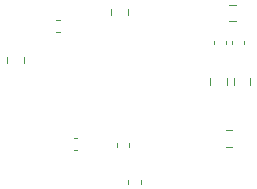
<source format=gbr>
%TF.GenerationSoftware,KiCad,Pcbnew,8.0.4*%
%TF.CreationDate,2024-11-18T22:27:40+01:00*%
%TF.ProjectId,hd_64_v0,68645f36-345f-4763-902e-6b696361645f,0.1*%
%TF.SameCoordinates,PX4737720PY55fe290*%
%TF.FileFunction,Legend,Bot*%
%TF.FilePolarity,Positive*%
%FSLAX46Y46*%
G04 Gerber Fmt 4.6, Leading zero omitted, Abs format (unit mm)*
G04 Created by KiCad (PCBNEW 8.0.4) date 2024-11-18 22:27:40*
%MOMM*%
%LPD*%
G01*
G04 APERTURE LIST*
%ADD10C,0.120000*%
G04 APERTURE END LIST*
D10*
X24214000Y37611422D02*
X24214000Y38128578D01*
X25634000Y37611422D02*
X25634000Y38128578D01*
X9161221Y43080000D02*
X9486779Y43080000D01*
X9161221Y42060000D02*
X9486779Y42060000D01*
X10661221Y33080000D02*
X10986779Y33080000D01*
X10661221Y32060000D02*
X10986779Y32060000D01*
X22214000Y37611422D02*
X22214000Y38128578D01*
X23634000Y37611422D02*
X23634000Y38128578D01*
X23865422Y44380000D02*
X24382578Y44380000D01*
X23865422Y42960000D02*
X24382578Y42960000D01*
X22514000Y41332779D02*
X22514000Y41007221D01*
X23534000Y41332779D02*
X23534000Y41007221D01*
X5014000Y39411422D02*
X5014000Y39928578D01*
X6434000Y39411422D02*
X6434000Y39928578D01*
X24114000Y41332779D02*
X24114000Y41007221D01*
X25134000Y41332779D02*
X25134000Y41007221D01*
X13814000Y44028578D02*
X13814000Y43511422D01*
X15234000Y44028578D02*
X15234000Y43511422D01*
X24082578Y33780000D02*
X23565422Y33780000D01*
X24082578Y32360000D02*
X23565422Y32360000D01*
X14314000Y32632779D02*
X14314000Y32307221D01*
X15334000Y32632779D02*
X15334000Y32307221D01*
X15314000Y29207221D02*
X15314000Y29532779D01*
X16334000Y29207221D02*
X16334000Y29532779D01*
M02*

</source>
